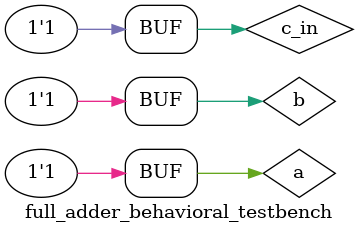
<source format=sv>
`timescale 1ns / 1ps

module full_adder_behavioral_testbench();
    logic a, b, c_in, s, c_out;

    full_adder_behavioral full_adder(a, b, c_in, s, c_out);
    initial begin
        a = 0; b = 0; c_in = 0; #10;
        c_in = 1;               #10;
        b = 1; c_in = 0;        #10;
        c_in = 1;               #10;
        a = 1; b = 0; c_in = 0; #10;
        c_in = 1;               #10;
        b = 1; c_in = 0;        #10;
        c_in = 1;               #10;
    end
endmodule

</source>
